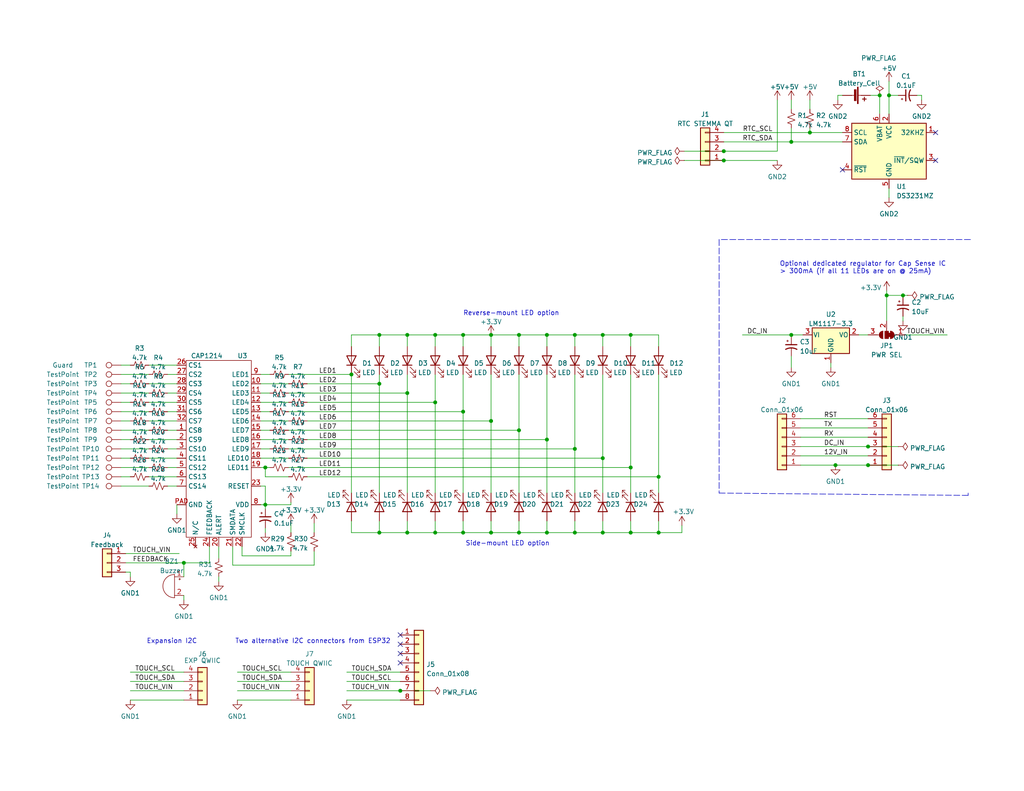
<source format=kicad_sch>
(kicad_sch (version 20211123) (generator eeschema)
  (paper "USLetter")
  (title_block (rev "1") (comment 1 "Design for OSHPark 4-Layer Service"))
  (lib_symbols
    (symbol "Connector:TestPoint" (pin_numbers hide) (pin_names (offset 0.762) hide)
      (property "Reference" "TP" (at 0 6.858 0))
      (property "Value" "TestPoint" (at 0 5.08 0))
      (symbol "TestPoint_0_1"
        (circle (center 0 3.302) (radius 0.762))
      )
      (symbol "TestPoint_1_1"
        (pin passive line (at 0 0 90) (length 2.54) (name "1") (number "1"))
      )
    )
    (symbol "Connector_Generic:Conn_01x03" (pin_names (offset 1.016) hide)
      (property "Reference" "J" (at 0 5.08 0))
      (property "Value" "Conn_01x03" (at 0 -5.08 0))
      (symbol "Conn_01x03_1_1"
        (rectangle (start -1.27 -2.413) (end 0 -2.667) (stroke (width 0.1524)))
        (rectangle (start -1.27 0.127) (end 0 -0.127) (stroke (width 0.1524)))
        (rectangle (start -1.27 2.667) (end 0 2.413) (stroke (width 0.1524)))
        (rectangle (start -1.27 3.81) (end 1.27 -3.81) (stroke (width 0.254)) (fill (type background)))
        (pin passive line (at -5.08 2.54 0) (length 3.81) (name "Pin_1") (number "1"))
        (pin passive line (at -5.08 0 0) (length 3.81) (name "Pin_2") (number "2"))
        (pin passive line (at -5.08 -2.54 0) (length 3.81) (name "Pin_3") (number "3"))
      )
    )
    (symbol "Connector_Generic:Conn_01x04" (pin_names (offset 1.016) hide)
      (property "Reference" "J" (at 0 5.08 0))
      (property "Value" "Conn_01x04" (at 0 -7.62 0))
      (symbol "Conn_01x04_1_1"
        (rectangle (start -1.27 -4.953) (end 0 -5.207) (stroke (width 0.1524)))
        (rectangle (start -1.27 -2.413) (end 0 -2.667) (stroke (width 0.1524)))
        (rectangle (start -1.27 0.127) (end 0 -0.127) (stroke (width 0.1524)))
        (rectangle (start -1.27 2.667) (end 0 2.413) (stroke (width 0.1524)))
        (rectangle (start -1.27 3.81) (end 1.27 -6.35) (stroke (width 0.254)) (fill (type background)))
        (pin passive line (at -5.08 2.54 0) (length 3.81) (name "Pin_1") (number "1"))
        (pin passive line (at -5.08 0 0) (length 3.81) (name "Pin_2") (number "2"))
        (pin passive line (at -5.08 -2.54 0) (length 3.81) (name "Pin_3") (number "3"))
        (pin passive line (at -5.08 -5.08 0) (length 3.81) (name "Pin_4") (number "4"))
      )
    )
    (symbol "Connector_Generic:Conn_01x06" (pin_names (offset 1.016) hide)
      (property "Reference" "J" (at 0 7.62 0))
      (property "Value" "Conn_01x06" (at 0 -10.16 0))
      (symbol "Conn_01x06_1_1"
        (rectangle (start -1.27 -7.493) (end 0 -7.747) (stroke (width 0.1524)))
        (rectangle (start -1.27 -4.953) (end 0 -5.207) (stroke (width 0.1524)))
        (rectangle (start -1.27 -2.413) (end 0 -2.667) (stroke (width 0.1524)))
        (rectangle (start -1.27 0.127) (end 0 -0.127) (stroke (width 0.1524)))
        (rectangle (start -1.27 2.667) (end 0 2.413) (stroke (width 0.1524)))
        (rectangle (start -1.27 5.207) (end 0 4.953) (stroke (width 0.1524)))
        (rectangle (start -1.27 6.35) (end 1.27 -8.89) (stroke (width 0.254)) (fill (type background)))
        (pin passive line (at -5.08 5.08 0) (length 3.81) (name "Pin_1") (number "1"))
        (pin passive line (at -5.08 2.54 0) (length 3.81) (name "Pin_2") (number "2"))
        (pin passive line (at -5.08 0 0) (length 3.81) (name "Pin_3") (number "3"))
        (pin passive line (at -5.08 -2.54 0) (length 3.81) (name "Pin_4") (number "4"))
        (pin passive line (at -5.08 -5.08 0) (length 3.81) (name "Pin_5") (number "5"))
        (pin passive line (at -5.08 -7.62 0) (length 3.81) (name "Pin_6") (number "6"))
      )
    )
    (symbol "Connector_Generic:Conn_01x08" (pin_names (offset 1.016) hide)
      (property "Reference" "J" (at 0 10.16 0))
      (property "Value" "Conn_01x08" (at 0 -12.7 0))
      (symbol "Conn_01x08_1_1"
        (rectangle (start -1.27 -10.033) (end 0 -10.287) (stroke (width 0.1524)))
        (rectangle (start -1.27 -7.493) (end 0 -7.747) (stroke (width 0.1524)))
        (rectangle (start -1.27 -4.953) (end 0 -5.207) (stroke (width 0.1524)))
        (rectangle (start -1.27 -2.413) (end 0 -2.667) (stroke (width 0.1524)))
        (rectangle (start -1.27 0.127) (end 0 -0.127) (stroke (width 0.1524)))
        (rectangle (start -1.27 2.667) (end 0 2.413) (stroke (width 0.1524)))
        (rectangle (start -1.27 5.207) (end 0 4.953) (stroke (width 0.1524)))
        (rectangle (start -1.27 7.747) (end 0 7.493) (stroke (width 0.1524)))
        (rectangle (start -1.27 8.89) (end 1.27 -11.43) (stroke (width 0.254)) (fill (type background)))
        (pin passive line (at -5.08 7.62 0) (length 3.81) (name "Pin_1") (number "1"))
        (pin passive line (at -5.08 5.08 0) (length 3.81) (name "Pin_2") (number "2"))
        (pin passive line (at -5.08 2.54 0) (length 3.81) (name "Pin_3") (number "3"))
        (pin passive line (at -5.08 0 0) (length 3.81) (name "Pin_4") (number "4"))
        (pin passive line (at -5.08 -2.54 0) (length 3.81) (name "Pin_5") (number "5"))
        (pin passive line (at -5.08 -5.08 0) (length 3.81) (name "Pin_6") (number "6"))
        (pin passive line (at -5.08 -7.62 0) (length 3.81) (name "Pin_7") (number "7"))
        (pin passive line (at -5.08 -10.16 0) (length 3.81) (name "Pin_8") (number "8"))
      )
    )
    (symbol "Device:Battery_Cell" (pin_numbers hide) (pin_names (offset 0) hide)
      (property "Reference" "BT" (at 2.54 2.54 0))
      (property "Value" "Battery_Cell" (at 2.54 0 0))
      (symbol "Battery_Cell_0_1"
        (rectangle (start -2.286 1.778) (end 2.286 1.524) (fill (type outline)))
        (rectangle (start -1.5748 1.1938) (end 1.4732 0.6858) (fill (type outline)))
        (polyline (pts (xy 0 0.762) (xy 0 0)))
        (polyline (pts (xy 0 1.778) (xy 0 2.54)))
        (polyline (pts (xy 0.508 3.429) (xy 1.524 3.429)) (stroke (width 0.254)))
        (polyline (pts (xy 1.016 3.937) (xy 1.016 2.921)) (stroke (width 0.254)))
      )
      (symbol "Battery_Cell_1_1"
        (pin passive line (at 0 5.08 270) (length 2.54) (name "+") (number "1"))
        (pin passive line (at 0 -2.54 90) (length 2.54) (name "-") (number "2"))
      )
    )
    (symbol "Device:Buzzer" (pin_names (offset 0.0254) hide)
      (property "Reference" "BZ" (at 3.81 1.27 0))
      (property "Value" "Buzzer" (at 3.81 -1.27 0))
      (symbol "Buzzer_0_1"
        (arc (start 0 -3.175) (mid 3.175 0) (end 0 3.175))
        (polyline (pts (xy -1.651 1.905) (xy -1.143 1.905)))
        (polyline (pts (xy -1.397 2.159) (xy -1.397 1.651)))
        (polyline (pts (xy 0 3.175) (xy 0 -3.175)))
      )
      (symbol "Buzzer_1_1"
        (pin passive line (at -2.54 2.54 0) (length 2.54) (name "-") (number "1"))
        (pin passive line (at -2.54 -2.54 0) (length 2.54) (name "+") (number "2"))
      )
    )
    (symbol "Device:C_Polarized_Small_US" (pin_numbers hide) (pin_names (offset 0.254) hide)
      (property "Reference" "C" (at 0.254 1.778 0))
      (property "Value" "C_Polarized_Small_US" (at 0.254 -2.032 0))
      (symbol "C_Polarized_Small_US_0_1"
        (polyline (pts (xy -1.524 0.508) (xy 1.524 0.508)) (stroke (width 0.3048)))
        (polyline (pts (xy -1.27 1.524) (xy -0.762 1.524)))
        (polyline (pts (xy -1.016 1.27) (xy -1.016 1.778)))
        (arc (start 1.524 -0.762) (mid 0 -0.3734) (end -1.524 -0.762) (stroke (width 0.3048)))
      )
      (symbol "C_Polarized_Small_US_1_1"
        (pin passive line (at 0 2.54 270) (length 2.032) (name "~") (number "1"))
        (pin passive line (at 0 -2.54 90) (length 2.032) (name "~") (number "2"))
      )
    )
    (symbol "Device:LED" (pin_numbers hide) (pin_names (offset 1.016) hide)
      (property "Reference" "D" (at 0 2.54 0))
      (property "Value" "LED" (at 0 -2.54 0))
      (symbol "LED_0_1"
        (polyline (pts (xy -1.27 -1.27) (xy -1.27 1.27)) (stroke (width 0.254)))
        (polyline (pts (xy -1.27 0) (xy 1.27 0)))
        (polyline (pts (xy 1.27 -1.27) (xy 1.27 1.27) (xy -1.27 0) (xy 1.27 -1.27)) (stroke (width 0.254)))
        (polyline (pts (xy -3.048 -0.762) (xy -4.572 -2.286) (xy -3.81 -2.286) (xy -4.572 -2.286) (xy -4.572 -1.524)))
        (polyline (pts (xy -1.778 -0.762) (xy -3.302 -2.286) (xy -2.54 -2.286) (xy -3.302 -2.286) (xy -3.302 -1.524)))
      )
      (symbol "LED_1_1"
        (pin passive line (at -3.81 0 0) (length 2.54) (name "K") (number "1"))
        (pin passive line (at 3.81 0 180) (length 2.54) (name "A") (number "2"))
      )
    )
    (symbol "Device:R_Small_US" (pin_numbers hide) (pin_names (offset 0.254) hide)
      (property "Reference" "R" (at 0.762 0.508 0))
      (property "Value" "R_Small_US" (at 0.762 -1.016 0))
      (symbol "R_Small_US_1_1"
        (polyline (pts (xy 0 0) (xy 1.016 -0.381) (xy 0 -0.762) (xy -1.016 -1.143) (xy 0 -1.524)))
        (polyline (pts (xy 0 1.524) (xy 1.016 1.143) (xy 0 0.762) (xy -1.016 0.381) (xy 0 0)))
        (pin passive line (at 0 2.54 270) (length 1.016) (name "~") (number "1"))
        (pin passive line (at 0 -2.54 90) (length 1.016) (name "~") (number "2"))
      )
    )
    (symbol "Jumper:SolderJumper_3_Bridged12" (pin_names (offset 0) hide)
      (property "Reference" "JP" (at -2.54 -2.54 0))
      (property "Value" "SolderJumper_3_Bridged12" (at 0 2.794 0))
      (symbol "SolderJumper_3_Bridged12_0_1"
        (rectangle (start -1.016 0.508) (end -0.508 -0.508) (fill (type outline)))
        (arc (start -1.016 1.016) (mid -2.032 0) (end -1.016 -1.016))
        (arc (start -1.016 1.016) (mid -2.032 0) (end -1.016 -1.016) (fill (type outline)))
        (rectangle (start -0.508 1.016) (end 0.508 -1.016) (fill (type outline)))
        (polyline (pts (xy -2.54 0) (xy -2.032 0)))
        (polyline (pts (xy -1.016 1.016) (xy -1.016 -1.016)))
        (polyline (pts (xy 0 -1.27) (xy 0 -1.016)))
        (polyline (pts (xy 1.016 1.016) (xy 1.016 -1.016)))
        (polyline (pts (xy 2.54 0) (xy 2.032 0)))
        (arc (start 1.016 -1.016) (mid 2.032 0) (end 1.016 1.016))
        (arc (start 1.016 -1.016) (mid 2.032 0) (end 1.016 1.016) (fill (type outline)))
      )
      (symbol "SolderJumper_3_Bridged12_1_1"
        (pin passive line (at -5.08 0 0) (length 2.54) (name "A") (number "1"))
        (pin passive line (at 0 -3.81 90) (length 2.54) (name "C") (number "2"))
        (pin passive line (at 5.08 0 180) (length 2.54) (name "B") (number "3"))
      )
    )
    (symbol "Keypad:CAP1214"
      (property "Reference" "U" (at 26.67 15.24 0))
      (property "Value" "CAP1214" (at -19.05 3.81 90))
      (symbol "CAP1214_0_1"
        (rectangle (start -17.78 13.97) (end 30.48 -3.81) (stroke (width 0.1524)))
      )
      (symbol "CAP1214_1_1"
        (pin bidirectional line (at 1.27 -6.35 90) (length 2.54) (name "CS8") (number "1"))
        (pin open_collector line (at -11.43 16.51 270) (length 2.54) (name "LED2") (number "10"))
        (pin open_collector line (at -8.89 16.51 270) (length 2.54) (name "LED3") (number "11"))
        (pin open_collector line (at -6.35 16.51 270) (length 2.54) (name "LED4") (number "12"))
        (pin open_collector line (at -3.81 16.51 270) (length 2.54) (name "LED5") (number "13"))
        (pin open_collector line (at -1.27 16.51 270) (length 2.54) (name "LED6") (number "14"))
        (pin open_collector line (at 1.27 16.51 270) (length 2.54) (name "LED7") (number "15"))
        (pin open_collector line (at 3.81 16.51 270) (length 2.54) (name "LED8") (number "16"))
        (pin open_collector line (at 6.35 16.51 270) (length 2.54) (name "LED9") (number "17"))
        (pin open_collector line (at 8.89 16.51 270) (length 2.54) (name "LED10") (number "18"))
        (pin open_collector line (at 11.43 16.51 270) (length 2.54) (name "LED11") (number "19"))
        (pin bidirectional line (at 3.81 -6.35 90) (length 2.54) (name "CS9") (number "2"))
        (pin bidirectional line (at 33.02 5.08 180) (length 2.54) (name "ALERT") (number "20"))
        (pin bidirectional line (at 33.02 8.89 180) (length 2.54) (name "SMDATA") (number "21"))
        (pin input line (at 33.02 11.43 180) (length 2.54) (name "SMCLK") (number "22"))
        (pin input line (at 16.51 16.51 270) (length 2.54) (name "RESET") (number "23"))
        (pin output line (at 33.02 2.54 180) (length 2.54) (name "FEEDBACK") (number "24"))
        (pin no_connect line (at 33.02 -1.27 180) (length 2.54) (name "N/C") (number "25"))
        (pin bidirectional line (at -16.51 -6.35 90) (length 2.54) (name "CS1") (number "26"))
        (pin bidirectional line (at -13.97 -6.35 90) (length 2.54) (name "CS2") (number "27"))
        (pin bidirectional line (at -11.43 -6.35 90) (length 2.54) (name "CS3") (number "28"))
        (pin bidirectional line (at -8.89 -6.35 90) (length 2.54) (name "CS4") (number "29"))
        (pin bidirectional line (at 6.35 -6.35 90) (length 2.54) (name "CS10") (number "3"))
        (pin bidirectional line (at -6.35 -6.35 90) (length 2.54) (name "CS5") (number "30"))
        (pin bidirectional line (at -3.81 -6.35 90) (length 2.54) (name "CS6") (number "31"))
        (pin bidirectional line (at -1.27 -6.35 90) (length 2.54) (name "CS7") (number "32"))
        (pin bidirectional line (at 8.89 -6.35 90) (length 2.54) (name "CS11") (number "4"))
        (pin bidirectional line (at 11.43 -6.35 90) (length 2.54) (name "CS12") (number "5"))
        (pin bidirectional line (at 13.97 -6.35 90) (length 2.54) (name "CS13") (number "6"))
        (pin bidirectional line (at 16.51 -6.35 90) (length 2.54) (name "CS14") (number "7"))
        (pin power_in line (at 21.59 16.51 270) (length 2.54) (name "VDD") (number "8"))
        (pin open_collector line (at -13.97 16.51 270) (length 2.54) (name "LED1") (number "9"))
        (pin power_in line (at 21.59 -6.35 90) (length 2.54) (name "GND") (number "PAD"))
      )
    )
    (symbol "Regulator_Linear:LM1117-3.3" (pin_names (offset 0.254))
      (property "Reference" "U" (at -3.81 3.175 0))
      (property "Value" "LM1117-3.3" (at 0 3.175 0))
      (symbol "LM1117-3.3_0_1"
        (rectangle (start -5.08 -5.08) (end 5.08 1.905) (stroke (width 0.254)) (fill (type background)))
      )
      (symbol "LM1117-3.3_1_1"
        (pin power_in line (at 0 -7.62 90) (length 2.54) (name "GND") (number "1"))
        (pin power_out line (at 7.62 0 180) (length 2.54) (name "VO") (number "2"))
        (pin power_in line (at -7.62 0 0) (length 2.54) (name "VI") (number "3"))
      )
    )
    (symbol "Timer_RTC:DS3231MZ"
      (property "Reference" "U" (at -7.62 8.89 0))
      (property "Value" "DS3231MZ" (at 11.43 8.89 0))
      (symbol "DS3231MZ_0_1"
        (rectangle (start -10.16 7.62) (end 10.16 -7.62) (stroke (width 0.254)) (fill (type background)))
      )
      (symbol "DS3231MZ_1_1"
        (pin open_collector line (at 12.7 5.08 180) (length 2.54) (name "32KHZ") (number "1"))
        (pin power_in line (at 0 10.16 270) (length 2.54) (name "VCC") (number "2"))
        (pin open_collector line (at 12.7 -2.54 180) (length 2.54) (name "~{INT}/SQW") (number "3"))
        (pin bidirectional line (at -12.7 -5.08 0) (length 2.54) (name "~{RST}") (number "4"))
        (pin power_in line (at 0 -10.16 90) (length 2.54) (name "GND") (number "5"))
        (pin power_in line (at -2.54 10.16 270) (length 2.54) (name "VBAT") (number "6"))
        (pin bidirectional line (at -12.7 2.54 0) (length 2.54) (name "SDA") (number "7"))
        (pin input line (at -12.7 5.08 0) (length 2.54) (name "SCL") (number "8"))
      )
    )
    (symbol "power:+3.3V" (power) (pin_names (offset 0))
      (property "Value" "+3.3V" (at 0 3.556 0))
      (symbol "+3.3V_0_1"
        (polyline (pts (xy -0.762 1.27) (xy 0 2.54)))
        (polyline (pts (xy 0 0) (xy 0 2.54)))
        (polyline (pts (xy 0 2.54) (xy 0.762 1.27)))
      )
      (symbol "+3.3V_1_1"
        (pin power_in line (at 0 0 90) (length 0) hide (name "+3.3V") (number "1"))
      )
    )
    (symbol "power:+5V" (power) (pin_names (offset 0))
      (property "Value" "+5V" (at 0 3.556 0))
      (symbol "+5V_0_1"
        (polyline (pts (xy -0.762 1.27) (xy 0 2.54)))
        (polyline (pts (xy 0 0) (xy 0 2.54)))
        (polyline (pts (xy 0 2.54) (xy 0.762 1.27)))
      )
      (symbol "+5V_1_1"
        (pin power_in line (at 0 0 90) (length 0) hide (name "+5V") (number "1"))
      )
    )
    (symbol "power:GND1" (power) (pin_names (offset 0))
      (property "Value" "GND1" (at 0 -3.81 0))
      (symbol "GND1_0_1"
        (polyline (pts (xy 0 0) (xy 0 -1.27) (xy 1.27 -1.27) (xy 0 -2.54) (xy -1.27 -1.27) (xy 0 -1.27)))
      )
      (symbol "GND1_1_1"
        (pin power_in line (at 0 0 270) (length 0) hide (name "GND1") (number "1"))
      )
    )
    (symbol "power:GND2" (power) (pin_names (offset 0))
      (property "Value" "GND2" (at 0 -3.81 0))
      (symbol "GND2_0_1"
        (polyline (pts (xy 0 0) (xy 0 -1.27) (xy 1.27 -1.27) (xy 0 -2.54) (xy -1.27 -1.27) (xy 0 -1.27)))
      )
      (symbol "GND2_1_1"
        (pin power_in line (at 0 0 270) (length 0) hide (name "GND2") (number "1"))
      )
    )
    (symbol "power:PWR_FLAG" (power) (pin_numbers hide) (pin_names (offset 0) hide)
      (property "Value" "PWR_FLAG" (at 0 3.81 0))
      (symbol "PWR_FLAG_0_0"
        (pin power_out line (at 0 0 90) (length 0) (name "pwr") (number "1"))
      )
      (symbol "PWR_FLAG_0_1"
        (polyline (pts (xy 0 0) (xy 0 1.27) (xy -1.016 1.905) (xy 0 2.54) (xy 1.016 1.905) (xy 0 1.27)))
      )
    )
  )
  (junction (at 215.9 91.44))
  (junction (at 72.39 137.795))
  (junction (at 118.745 145.415))
  (junction (at 141.605 91.44))
  (junction (at 118.745 91.44))
  (junction (at 141.605 117.475))
  (junction (at 103.505 104.775))
  (junction (at 103.505 91.44))
  (junction (at 111.125 145.415))
  (junction (at 126.365 91.44))
  (junction (at 197.485 41.275))
  (junction (at 179.705 145.415))
  (junction (at 103.505 145.415))
  (junction (at 197.485 43.815))
  (junction (at 111.125 91.44))
  (junction (at 141.605 145.415))
  (junction (at 164.465 125.095))
  (junction (at 172.085 127.635))
  (junction (at 126.365 145.415))
  (junction (at 172.085 145.415))
  (junction (at 50.165 153.67))
  (junction (at 164.465 91.44))
  (junction (at 242.57 26.035))
  (junction (at 164.465 145.415))
  (junction (at 109.22 188.595))
  (junction (at 246.38 80.645))
  (junction (at 236.855 127))
  (junction (at 215.9 38.735))
  (junction (at 149.225 120.015))
  (junction (at 133.985 114.935))
  (junction (at 133.985 91.44))
  (junction (at 118.745 109.855))
  (junction (at 149.225 145.415))
  (junction (at 172.085 91.44))
  (junction (at 111.125 107.315))
  (junction (at 179.705 130.175))
  (junction (at 240.03 26.035))
  (junction (at 227.965 127))
  (junction (at 220.98 36.195))
  (junction (at 241.935 80.645))
  (junction (at 156.845 145.415))
  (junction (at 72.39 127.635))
  (junction (at 149.225 91.44))
  (junction (at 156.845 91.44))
  (junction (at 236.855 121.92))
  (junction (at 133.985 145.415))
  (junction (at 156.845 122.555))
  (junction (at 95.885 102.235))
  (junction (at 126.365 112.395))
  (no_connect (at 255.27 36.195))
  (no_connect (at 109.22 180.975))
  (no_connect (at 229.87 46.355))
  (no_connect (at 255.27 43.815))
  (no_connect (at 109.22 175.895))
  (no_connect (at 109.22 173.355))
  (no_connect (at 109.22 178.435))
  (wire (pts (xy 50.165 186.055) (xy 35.56 186.055)))
  (wire (pts (xy 72.39 130.175) (xy 72.39 127.635)))
  (wire (pts (xy 164.465 125.095) (xy 164.465 134.62)))
  (wire (pts (xy 258.445 91.44) (xy 247.015 91.44)))
  (wire (pts (xy 95.885 94.615) (xy 95.885 91.44)))
  (wire (pts (xy 33.02 120.015) (xy 35.56 120.015)))
  (wire (pts (xy 33.02 132.715) (xy 40.64 132.715)))
  (wire (pts (xy 33.02 127.635) (xy 40.64 127.635)))
  (wire (pts (xy 72.39 137.795) (xy 79.375 137.795)))
  (wire (pts (xy 156.845 145.415) (xy 149.225 145.415)))
  (wire (pts (xy 156.845 91.44) (xy 156.845 94.615)))
  (wire (pts (xy 212.09 27.305) (xy 212.09 41.275)))
  (wire (pts (xy 242.57 26.035) (xy 245.11 26.035)))
  (wire (pts (xy 229.87 26.035) (xy 228.6 26.035)))
  (wire (pts (xy 242.57 22.225) (xy 242.57 26.035)))
  (wire (pts (xy 133.985 91.44) (xy 133.985 94.615)))
  (wire (pts (xy 33.02 99.695) (xy 35.56 99.695)))
  (wire (pts (xy 78.74 102.235) (xy 95.885 102.235)))
  (wire (pts (xy 40.64 114.935) (xy 48.26 114.935)))
  (wire (pts (xy 164.465 91.44) (xy 164.465 94.615)))
  (wire (pts (xy 111.125 145.415) (xy 111.125 142.24)))
  (wire (pts (xy 220.98 27.305) (xy 220.98 29.845)))
  (wire (pts (xy 72.39 127.635) (xy 73.66 127.635)))
  (wire (pts (xy 33.02 122.555) (xy 40.64 122.555)))
  (wire (pts (xy 85.725 154.305) (xy 85.725 150.495)))
  (wire (pts (xy 71.12 132.715) (xy 72.39 132.715)))
  (wire (pts (xy 79.375 186.055) (xy 64.77 186.055)))
  (wire (pts (xy 227.965 127) (xy 236.855 127)))
  (wire (pts (xy 103.505 91.44) (xy 111.125 91.44)))
  (wire (pts (xy 64.77 188.595) (xy 79.375 188.595)))
  (wire (pts (xy 133.985 114.935) (xy 133.985 134.62)))
  (wire (pts (xy 156.845 91.44) (xy 149.225 91.44)))
  (wire (pts (xy 78.74 130.175) (xy 72.39 130.175)))
  (wire (pts (xy 103.505 145.415) (xy 111.125 145.415)))
  (wire (pts (xy 172.085 127.635) (xy 172.085 102.235)))
  (wire (pts (xy 71.12 127.635) (xy 72.39 127.635)))
  (wire (pts (xy 240.03 31.115) (xy 240.03 26.035)))
  (wire (pts (xy 229.87 36.195) (xy 220.98 36.195)))
  (wire (pts (xy 50.165 153.67) (xy 57.15 153.67)))
  (wire (pts (xy 149.225 91.44) (xy 149.225 94.615)))
  (wire (pts (xy 126.365 91.44) (xy 133.985 91.44)))
  (wire (pts (xy 156.845 145.415) (xy 156.845 142.24)))
  (wire (pts (xy 33.02 104.775) (xy 35.56 104.775)))
  (wire (pts (xy 179.705 102.235) (xy 179.705 130.175)))
  (wire (pts (xy 220.98 36.195) (xy 220.98 34.925)))
  (wire (pts (xy 72.39 132.715) (xy 72.39 137.795)))
  (wire (pts (xy 126.365 145.415) (xy 133.985 145.415)))
  (wire (pts (xy 111.125 91.44) (xy 118.745 91.44)))
  (wire (pts (xy 35.56 191.135) (xy 50.165 191.135)))
  (wire (pts (xy 218.44 114.3) (xy 236.855 114.3)))
  (wire (pts (xy 111.125 107.315) (xy 111.125 134.62)))
  (wire (pts (xy 71.12 104.775) (xy 78.74 104.775)))
  (wire (pts (xy 79.375 137.16) (xy 79.375 137.795)))
  (wire (pts (xy 118.745 145.415) (xy 118.745 142.24)))
  (wire (pts (xy 246.38 86.36) (xy 246.38 87.63)))
  (wire (pts (xy 118.745 91.44) (xy 118.745 94.615)))
  (wire (pts (xy 94.615 186.055) (xy 109.22 186.055)))
  (wire (pts (xy 45.72 117.475) (xy 48.26 117.475)))
  (wire (pts (xy 66.04 149.225) (xy 66.04 151.765)))
  (wire (pts (xy 78.74 117.475) (xy 141.605 117.475)))
  (wire (pts (xy 94.615 183.515) (xy 109.22 183.515)))
  (wire (pts (xy 103.505 91.44) (xy 103.505 94.615)))
  (wire (pts (xy 186.055 143.51) (xy 186.055 145.415)))
  (wire (pts (xy 218.44 127) (xy 227.965 127)))
  (wire (pts (xy 126.365 145.415) (xy 126.365 142.24)))
  (wire (pts (xy 133.985 114.935) (xy 133.985 102.235)))
  (wire (pts (xy 246.38 80.645) (xy 247.65 80.645)))
  (wire (pts (xy 215.9 27.305) (xy 215.9 29.845)))
  (wire (pts (xy 33.02 117.475) (xy 40.64 117.475)))
  (wire (pts (xy 172.085 91.44) (xy 179.705 91.44)))
  (wire (pts (xy 71.12 125.095) (xy 78.74 125.095)))
  (wire (pts (xy 103.505 145.415) (xy 95.885 145.415)))
  (wire (pts (xy 149.225 145.415) (xy 141.605 145.415)))
  (wire (pts (xy 83.82 120.015) (xy 149.225 120.015)))
  (wire (pts (xy 45.72 127.635) (xy 48.26 127.635)))
  (wire (pts (xy 212.09 41.275) (xy 197.485 41.275)))
  (wire (pts (xy 126.365 91.44) (xy 126.365 94.615)))
  (wire (pts (xy 71.12 122.555) (xy 73.66 122.555)))
  (wire (pts (xy 164.465 145.415) (xy 156.845 145.415)))
  (wire (pts (xy 34.29 156.21) (xy 35.56 156.21)))
  (wire (pts (xy 179.705 142.24) (xy 179.705 145.415)))
  (wire (pts (xy 103.505 104.775) (xy 103.505 102.235)))
  (wire (pts (xy 83.82 130.175) (xy 179.705 130.175)))
  (wire (pts (xy 215.9 34.925) (xy 215.9 38.735)))
  (wire (pts (xy 40.64 130.175) (xy 48.26 130.175)))
  (wire (pts (xy 40.64 109.855) (xy 48.26 109.855)))
  (wire (pts (xy 71.12 117.475) (xy 73.66 117.475)))
  (wire (pts (xy 215.9 91.44) (xy 215.9 92.075)))
  (wire (pts (xy 228.6 26.035) (xy 228.6 27.305)))
  (wire (pts (xy 215.9 97.155) (xy 215.9 100.33)))
  (wire (pts (xy 186.055 145.415) (xy 179.705 145.415)))
  (wire (pts (xy 186.69 41.275) (xy 197.485 41.275)))
  (wire (pts (xy 95.885 91.44) (xy 103.505 91.44)))
  (wire (pts (xy 79.375 142.875) (xy 79.375 145.415)))
  (wire (pts (xy 83.82 114.935) (xy 133.985 114.935)))
  (wire (pts (xy 63.5 149.225) (xy 63.5 154.305)))
  (wire (pts (xy 241.935 80.645) (xy 241.935 87.63)))
  (wire (pts (xy 126.365 112.395) (xy 126.365 134.62)))
  (wire (pts (xy 59.69 149.225) (xy 59.69 152.4)))
  (wire (pts (xy 103.505 142.24) (xy 103.505 145.415)))
  (wire (pts (xy 34.29 151.13) (xy 48.895 151.13)))
  (wire (pts (xy 45.72 122.555) (xy 48.26 122.555)))
  (wire (pts (xy 111.125 107.315) (xy 111.125 102.235)))
  (wire (pts (xy 33.02 102.235) (xy 40.64 102.235)))
  (wire (pts (xy 34.29 153.67) (xy 50.165 153.67)))
  (wire (pts (xy 35.56 156.21) (xy 35.56 157.48)))
  (wire (pts (xy 197.485 36.195) (xy 220.98 36.195)))
  (wire (pts (xy 48.26 137.795) (xy 48.26 140.335)))
  (wire (pts (xy 242.57 26.035) (xy 242.57 31.115)))
  (wire (pts (xy 111.125 91.44) (xy 111.125 94.615)))
  (polyline (pts (xy 196.215 65.405) (xy 196.215 134.62)))
  (wire (pts (xy 236.855 121.92) (xy 245.11 121.92)))
  (wire (pts (xy 250.19 26.035) (xy 251.46 26.035)))
  (wire (pts (xy 202.565 91.44) (xy 215.9 91.44)))
  (wire (pts (xy 141.605 117.475) (xy 141.605 102.235)))
  (wire (pts (xy 64.77 191.135) (xy 79.375 191.135)))
  (wire (pts (xy 40.64 104.775) (xy 48.26 104.775)))
  (wire (pts (xy 33.02 114.935) (xy 35.56 114.935)))
  (wire (pts (xy 141.605 91.44) (xy 141.605 94.615)))
  (wire (pts (xy 149.225 120.015) (xy 149.225 102.235)))
  (wire (pts (xy 240.03 26.035) (xy 237.49 26.035)))
  (wire (pts (xy 111.125 145.415) (xy 118.745 145.415)))
  (wire (pts (xy 236.855 127) (xy 245.11 127)))
  (polyline (pts (xy 264.795 65.405) (xy 196.215 65.405)))
  (wire (pts (xy 33.02 125.095) (xy 35.56 125.095)))
  (wire (pts (xy 71.12 102.235) (xy 73.66 102.235)))
  (wire (pts (xy 118.745 109.855) (xy 118.745 102.235)))
  (wire (pts (xy 164.465 91.44) (xy 156.845 91.44)))
  (wire (pts (xy 118.745 109.855) (xy 118.745 134.62)))
  (wire (pts (xy 50.165 162.56) (xy 50.165 163.83)))
  (wire (pts (xy 149.225 91.44) (xy 141.605 91.44)))
  (wire (pts (xy 218.44 119.38) (xy 236.855 119.38)))
  (wire (pts (xy 45.72 102.235) (xy 48.26 102.235)))
  (wire (pts (xy 141.605 117.475) (xy 141.605 134.62)))
  (wire (pts (xy 109.22 188.595) (xy 117.475 188.595)))
  (wire (pts (xy 71.12 112.395) (xy 73.66 112.395)))
  (wire (pts (xy 172.085 94.615) (xy 172.085 91.44)))
  (wire (pts (xy 186.69 43.815) (xy 197.485 43.815)))
  (wire (pts (xy 35.56 183.515) (xy 50.165 183.515)))
  (wire (pts (xy 79.375 150.495) (xy 79.375 151.765)))
  (wire (pts (xy 164.465 145.415) (xy 164.465 142.24)))
  (wire (pts (xy 78.74 112.395) (xy 126.365 112.395)))
  (wire (pts (xy 118.745 145.415) (xy 126.365 145.415)))
  (wire (pts (xy 45.72 112.395) (xy 48.26 112.395)))
  (wire (pts (xy 118.745 91.44) (xy 126.365 91.44)))
  (wire (pts (xy 78.74 127.635) (xy 172.085 127.635)))
  (wire (pts (xy 95.885 102.235) (xy 95.885 134.62)))
  (wire (pts (xy 141.605 145.415) (xy 141.605 142.24)))
  (wire (pts (xy 94.615 188.595) (xy 109.22 188.595)))
  (wire (pts (xy 242.57 51.435) (xy 242.57 53.975)))
  (wire (pts (xy 57.15 149.225) (xy 57.15 153.67)))
  (wire (pts (xy 72.39 137.795) (xy 72.39 139.065)))
  (wire (pts (xy 45.72 107.315) (xy 48.26 107.315)))
  (wire (pts (xy 94.615 191.135) (xy 109.22 191.135)))
  (wire (pts (xy 141.605 91.44) (xy 133.985 91.44)))
  (wire (pts (xy 33.02 130.175) (xy 35.56 130.175)))
  (wire (pts (xy 33.02 112.395) (xy 40.64 112.395)))
  (wire (pts (xy 149.225 145.415) (xy 149.225 142.24)))
  (wire (pts (xy 72.39 144.145) (xy 72.39 145.415)))
  (wire (pts (xy 246.38 80.645) (xy 241.935 80.645)))
  (wire (pts (xy 45.72 132.715) (xy 48.26 132.715)))
  (wire (pts (xy 156.845 122.555) (xy 156.845 102.235)))
  (wire (pts (xy 172.085 145.415) (xy 164.465 145.415)))
  (wire (pts (xy 40.64 99.695) (xy 48.26 99.695)))
  (wire (pts (xy 149.225 120.015) (xy 149.225 134.62)))
  (wire (pts (xy 212.09 43.815) (xy 197.485 43.815)))
  (wire (pts (xy 218.44 121.92) (xy 236.855 121.92)))
  (wire (pts (xy 33.02 107.315) (xy 40.64 107.315)))
  (wire (pts (xy 83.82 104.775) (xy 103.505 104.775)))
  (wire (pts (xy 126.365 112.395) (xy 126.365 102.235)))
  (wire (pts (xy 218.44 124.46) (xy 236.855 124.46)))
  (wire (pts (xy 71.12 114.935) (xy 78.74 114.935)))
  (polyline (pts (xy 196.215 134.62) (xy 264.16 135.255)))
  (wire (pts (xy 179.705 130.175) (xy 179.705 134.62)))
  (wire (pts (xy 78.74 122.555) (xy 156.845 122.555)))
  (wire (pts (xy 172.085 127.635) (xy 172.085 134.62)))
  (wire (pts (xy 83.82 125.095) (xy 164.465 125.095)))
  (wire (pts (xy 66.04 151.765) (xy 79.375 151.765)))
  (wire (pts (xy 83.82 109.855) (xy 118.745 109.855)))
  (wire (pts (xy 172.085 91.44) (xy 164.465 91.44)))
  (wire (pts (xy 251.46 26.035) (xy 251.46 27.305)))
  (wire (pts (xy 33.02 109.855) (xy 35.56 109.855)))
  (wire (pts (xy 40.64 120.015) (xy 48.26 120.015)))
  (wire (pts (xy 215.9 38.735) (xy 229.87 38.735)))
  (wire (pts (xy 85.725 142.875) (xy 85.725 145.415)))
  (wire (pts (xy 246.38 81.28) (xy 246.38 80.645)))
  (wire (pts (xy 164.465 125.095) (xy 164.465 102.235)))
  (wire (pts (xy 241.935 79.375) (xy 241.935 80.645)))
  (wire (pts (xy 71.12 109.855) (xy 78.74 109.855)))
  (wire (pts (xy 63.5 154.305) (xy 85.725 154.305)))
  (wire (pts (xy 71.12 137.795) (xy 72.39 137.795)))
  (wire (pts (xy 218.44 116.84) (xy 236.855 116.84)))
  (polyline (pts (xy 264.16 134.62) (xy 264.16 135.255)))
  (wire (pts (xy 179.705 145.415) (xy 172.085 145.415)))
  (wire (pts (xy 156.845 122.555) (xy 156.845 134.62)))
  (wire (pts (xy 71.12 120.015) (xy 78.74 120.015)))
  (wire (pts (xy 172.085 145.415) (xy 172.085 142.24)))
  (wire (pts (xy 40.64 125.095) (xy 48.26 125.095)))
  (wire (pts (xy 197.485 38.735) (xy 215.9 38.735)))
  (wire (pts (xy 95.885 142.24) (xy 95.885 145.415)))
  (wire (pts (xy 59.69 157.48) (xy 59.69 158.75)))
  (wire (pts (xy 133.985 145.415) (xy 141.605 145.415)))
  (wire (pts (xy 103.505 104.775) (xy 103.505 134.62)))
  (wire (pts (xy 226.695 99.06) (xy 226.695 100.33)))
  (wire (pts (xy 50.165 153.67) (xy 50.165 157.48)))
  (wire (pts (xy 35.56 188.595) (xy 50.165 188.595)))
  (wire (pts (xy 71.12 107.315) (xy 73.66 107.315)))
  (wire (pts (xy 133.985 145.415) (xy 133.985 142.24)))
  (wire (pts (xy 179.705 94.615) (xy 179.705 91.44)))
  (wire (pts (xy 64.77 183.515) (xy 79.375 183.515)))
  (wire (pts (xy 215.9 91.44) (xy 219.075 91.44)))
  (wire (pts (xy 234.315 91.44) (xy 236.855 91.44)))
  (wire (pts (xy 78.74 107.315) (xy 111.125 107.315)))
  (text "Reverse-mount LED option" (at 126.365 86.36 0) (effects (font (size 1.27 1.27)) (justify left bottom)))
  (text "Optional dedicated regulator for Cap Sense IC\n> 300mA (if all 11 LEDs are on @ 25mA)" (at 212.725 74.93 0) (effects (font (size 1.27 1.27)) (justify left bottom)))
  (text "Side-mount LED option" (at 127 149.225 0) (effects (font (size 1.27 1.27)) (justify left bottom)))
  (text "Expansion I2C" (at 40.005 175.895 0) (effects (font (size 1.27 1.27)) (justify left bottom)))
  (text "Two alternative I2C connectors from ESP32" (at 64.135 175.895 0) (effects (font (size 1.27 1.27)) (justify left bottom)))
  (label "RTC_SDA" (at 210.82 38.735 180))
  (label "TX" (at 224.79 116.84 0))
  (label "LED1" (at 86.995 102.235 0))
  (label "DC_IN" (at 224.79 121.92 0))
  (label "RTC_SCL" (at 210.82 36.195 180))
  (label "DC_IN" (at 203.835 91.44 0))
  (label "LED3" (at 86.995 107.315 0))
  (label "FEEDBACK" (at 36.195 153.67 0))
  (label "TOUCH_VIN" (at 36.195 151.13 0))
  (label "TOUCH_VIN" (at 66.04 188.595 0))
  (label "TOUCH_VIN" (at 36.83 188.595 0))
  (label "LED11" (at 86.995 127.635 0))
  (label "LED9" (at 86.995 122.555 0))
  (label "12V_IN" (at 224.79 124.46 0))
  (label "TOUCH_SCL" (at 66.04 183.515 0))
  (label "LED12" (at 86.995 130.175 0))
  (label "LED2" (at 86.995 104.775 0))
  (label "TOUCH_SCL" (at 36.83 183.515 0))
  (label "LED4" (at 86.995 109.855 0))
  (label "TOUCH_VIN" (at 95.885 188.595 0))
  (label "LED5" (at 86.995 112.395 0))
  (label "TOUCH_SDA" (at 36.83 186.055 0))
  (label "RST" (at 224.79 114.3 0))
  (label "LED7" (at 86.995 117.475 0))
  (label "TOUCH_SCL" (at 95.885 186.055 0))
  (label "TOUCH_SDA" (at 66.04 186.055 0))
  (label "RX" (at 224.79 119.38 0))
  (label "LED10" (at 86.995 125.095 0))
  (label "LED8" (at 86.995 120.015 0))
  (label "TOUCH_VIN" (at 257.81 91.44 180))
  (label "TOUCH_SDA" (at 95.885 183.515 0))
  (label "LED6" (at 86.995 114.935 0))
  (symbol (lib_id "Device:LED") (at 172.085 98.425 90) (unit 1)
    (property "Reference" "D11" (at 175.006 99.1778 90) (effects (justify right)))
    (property "Value" "LED" (at 175.006 101.7147 90) (effects (justify right)))
  )
  (symbol (lib_id "power:GND1") (at 35.56 191.135 0) (unit 1)
    (property "Reference" "#PWR024" (effects hide))
    (property "Value" "GND1" (at 35.56 195.5784 0))
  )
  (symbol (lib_id "Device:LED") (at 111.125 98.425 90) (unit 1)
    (property "Reference" "D3" (at 114.046 99.1778 90) (effects (justify right)))
    (property "Value" "LED" (at 114.046 101.7147 90) (effects (justify right)))
  )
  (symbol (lib_id "power:+5V") (at 220.98 27.305 0) (unit 1)
    (property "Reference" "#PWR04" (effects hide))
    (property "Value" "+5V" (at 220.98 23.7292 0))
  )
  (symbol (lib_id "Regulator_Linear:LM1117-3.3") (at 226.695 91.44 0) (unit 1)
    (property "Reference" "U2" (at 226.695 85.8352 0))
    (property "Value" "LM1117-3.3" (at 226.695 88.3721 0))
    (property "Datasheet" "http://www.ti.com/lit/ds/symlink/lm1117.pdf" (effects hide))
  )
  (symbol (lib_id "power:GND2") (at 242.57 53.975 0) (mirror y) (unit 1)
    (property "Reference" "#PWR08" (effects hide))
    (property "Value" "GND2" (at 242.57 58.4184 0))
  )
  (symbol (lib_id "Device:C_Polarized_Small_US") (at 246.38 83.82 0) (unit 1)
    (property "Reference" "C2" (at 248.6914 82.5535 0) (effects (justify left)))
    (property "Value" "10uF" (at 248.6914 85.0904 0) (effects (justify left)))
  )
  (symbol (lib_id "power:GND1") (at 246.38 87.63 0) (unit 1)
    (property "Reference" "#PWR010" (effects hide))
    (property "Value" "GND1" (at 246.38 92.0734 0))
  )
  (symbol (lib_id "Connector_Generic:Conn_01x04") (at 84.455 188.595 0) (mirror x) (unit 1)
    (property "Reference" "J7" (at 84.455 178.5452 0))
    (property "Value" "TOUCH QWIIC" (at 84.455 181.0821 0))
  )
  (symbol (lib_id "power:PWR_FLAG") (at 186.69 43.815 90) (unit 1)
    (property "Reference" "#FLG0101" (effects hide))
    (property "Value" "PWR_FLAG" (at 183.5151 44.2488 90) (effects (justify left)))
  )
  (symbol (lib_id "Device:Buzzer") (at 47.625 160.02 0) (mirror y) (unit 1)
    (property "Reference" "BZ1" (at 46.863 153.2722 0))
    (property "Value" "Buzzer" (at 46.863 155.8091 0))
  )
  (symbol (lib_id "power:+3.3V") (at 79.375 137.16 0) (mirror y) (unit 1)
    (property "Reference" "#PWR015" (effects hide))
    (property "Value" "+3.3V" (at 79.375 133.5842 0))
  )
  (symbol (lib_id "Device:R_Small_US") (at 38.1 109.855 90) (unit 1)
    (property "Reference" "R10" (at 38.1 105.2662 90))
    (property "Value" "4.7k" (at 38.1 107.8031 90))
  )
  (symbol (lib_id "Device:R_Small_US") (at 76.2 117.475 90) (unit 1)
    (property "Reference" "R17" (at 76.2 112.8862 90))
    (property "Value" "4.7k" (at 76.2 115.4231 90))
  )
  (symbol (lib_id "Connector:TestPoint") (at 33.02 109.855 90) (unit 1)
    (property "Reference" "TP5" (at 24.765 109.855 90))
    (property "Value" "TestPoint" (at 17.145 109.855 90))
  )
  (symbol (lib_id "Device:R_Small_US") (at 43.18 102.235 90) (unit 1)
    (property "Reference" "R4" (at 43.18 97.6462 90))
    (property "Value" "4.7k" (at 43.18 100.1831 90))
  )
  (symbol (lib_id "Device:R_Small_US") (at 76.2 112.395 90) (unit 1)
    (property "Reference" "R13" (at 76.2 107.8062 90))
    (property "Value" "4.7k" (at 76.2 110.3431 90))
  )
  (symbol (lib_id "power:+5V") (at 212.09 27.305 0) (unit 1)
    (property "Reference" "#PWR02" (effects hide))
    (property "Value" "+5V" (at 212.09 23.7292 0))
  )
  (symbol (lib_id "Connector:TestPoint") (at 33.02 122.555 90) (unit 1)
    (property "Reference" "TP10" (at 24.765 122.555 90))
    (property "Value" "TestPoint" (at 17.145 122.555 90))
  )
  (symbol (lib_id "power:GND1") (at 35.56 157.48 0) (unit 1)
    (property "Reference" "#PWR021" (effects hide))
    (property "Value" "GND1" (at 35.56 161.9234 0))
  )
  (symbol (lib_id "Connector_Generic:Conn_01x08") (at 114.3 180.975 0) (unit 1)
    (property "Reference" "J5" (at 116.332 181.4103 0) (effects (justify left)))
    (property "Value" "Conn_01x08" (at 116.332 183.9472 0) (effects (justify left)))
  )
  (symbol (lib_id "Device:LED") (at 149.225 98.425 90) (unit 1)
    (property "Reference" "D8" (at 152.146 99.1778 90) (effects (justify right)))
    (property "Value" "LED" (at 152.146 101.7147 90) (effects (justify right)))
  )
  (symbol (lib_id "Device:R_Small_US") (at 79.375 147.955 0) (mirror y) (unit 1)
    (property "Reference" "R29" (at 77.724 147.1203 0) (effects (justify left)))
    (property "Value" "4.7k" (at 77.724 149.6572 0) (effects (justify left)))
  )
  (symbol (lib_id "power:+3.3V") (at 79.375 142.875 0) (mirror y) (unit 1)
    (property "Reference" "#PWR017" (effects hide))
    (property "Value" "+3.3V" (at 79.375 139.2992 0))
  )
  (symbol (lib_id "Device:R_Small_US") (at 43.18 112.395 90) (unit 1)
    (property "Reference" "R12" (at 43.18 107.8062 90))
    (property "Value" "4.7k" (at 43.18 110.3431 90))
  )
  (symbol (lib_id "Connector:TestPoint") (at 33.02 104.775 90) (unit 1)
    (property "Reference" "TP3" (at 24.765 104.775 90))
    (property "Value" "TestPoint" (at 17.145 104.775 90))
  )
  (symbol (lib_id "Device:R_Small_US") (at 43.18 122.555 90) (unit 1)
    (property "Reference" "R20" (at 43.18 117.9662 90))
    (property "Value" "4.7k" (at 43.18 120.5031 90))
  )
  (symbol (lib_id "Device:LED") (at 179.705 138.43 270) (unit 1)
    (property "Reference" "D24" (at 176.784 137.6772 90) (effects (justify right)))
    (property "Value" "LED" (at 176.784 135.1403 90) (effects (justify right)))
  )
  (symbol (lib_id "Connector_Generic:Conn_01x06") (at 213.36 121.92 180) (unit 1)
    (property "Reference" "J2" (at 213.36 109.3302 0))
    (property "Value" "Conn_01x06" (at 213.36 111.8671 0))
    (property "Footprint" "Connector_JST:JST_PH_S6B-PH-K_1x06_P2.00mm_Horizontal" (effects hide))
  )
  (symbol (lib_id "Device:R_Small_US") (at 43.18 127.635 90) (unit 1)
    (property "Reference" "R24" (at 43.18 123.0462 90))
    (property "Value" "4.7k" (at 43.18 125.5831 90))
  )
  (symbol (lib_id "Device:LED") (at 164.465 138.43 270) (unit 1)
    (property "Reference" "D22" (at 161.544 137.6772 90) (effects (justify right)))
    (property "Value" "LED" (at 161.544 135.1403 90) (effects (justify right)))
  )
  (symbol (lib_id "Device:R_Small_US") (at 81.28 120.015 90) (unit 1)
    (property "Reference" "R19" (at 81.28 115.4262 90))
    (property "Value" "4.7k" (at 81.28 117.9631 90))
  )
  (symbol (lib_id "Connector_Generic:Conn_01x04") (at 192.405 41.275 180) (unit 1)
    (property "Reference" "J1" (at 192.405 31.2252 0))
    (property "Value" "RTC STEMMA QT" (at 192.405 33.7621 0))
  )
  (symbol (lib_id "power:GND1") (at 94.615 191.135 0) (unit 1)
    (property "Reference" "#PWR026" (effects hide))
    (property "Value" "GND1" (at 94.615 195.5784 0))
  )
  (symbol (lib_id "Connector:TestPoint") (at 33.02 99.695 90) (unit 1)
    (property "Reference" "TP1" (at 24.765 99.695 90))
    (property "Value" "Guard" (at 17.145 99.695 90))
  )
  (symbol (lib_id "power:GND1") (at 226.695 100.33 0) (unit 1)
    (property "Reference" "#PWR013" (effects hide))
    (property "Value" "GND1" (at 226.695 104.7734 0))
  )
  (symbol (lib_id "Device:R_Small_US") (at 38.1 104.775 90) (unit 1)
    (property "Reference" "R6" (at 38.1 100.1862 90))
    (property "Value" "4.7k" (at 38.1 102.7231 90))
  )
  (symbol (lib_id "Device:R_Small_US") (at 85.725 147.955 0) (mirror y) (unit 1)
    (property "Reference" "R30" (at 84.074 147.1203 0) (effects (justify left)))
    (property "Value" "4.7k" (at 84.074 149.6572 0) (effects (justify left)))
  )
  (symbol (lib_id "Connector:TestPoint") (at 33.02 112.395 90) (unit 1)
    (property "Reference" "TP6" (at 24.765 112.395 90))
    (property "Value" "TestPoint" (at 17.145 112.395 90))
  )
  (symbol (lib_id "power:GND2") (at 212.09 43.815 0) (mirror y) (unit 1)
    (property "Reference" "#PWR07" (effects hide))
    (property "Value" "GND2" (at 212.09 48.2584 0))
  )
  (symbol (lib_id "Device:C_Polarized_Small_US") (at 247.65 26.035 90) (unit 1)
    (property "Reference" "C1" (at 247.2182 20.7858 90))
    (property "Value" "0.1uF" (at 247.2182 23.3227 90))
  )
  (symbol (lib_id "Device:R_Small_US") (at 220.98 32.385 0) (unit 1)
    (property "Reference" "R2" (at 222.631 31.5503 0) (effects (justify left)))
    (property "Value" "4.7k" (at 222.631 34.0872 0) (effects (justify left)))
  )
  (symbol (lib_id "Device:LED") (at 156.845 98.425 90) (unit 1)
    (property "Reference" "D9" (at 159.766 99.1778 90) (effects (justify right)))
    (property "Value" "LED" (at 159.766 101.7147 90) (effects (justify right)))
  )
  (symbol (lib_id "power:GND1") (at 59.69 158.75 0) (unit 1)
    (property "Reference" "#PWR022" (effects hide))
    (property "Value" "GND1" (at 59.69 163.1934 0))
  )
  (symbol (lib_id "Device:LED") (at 156.845 138.43 270) (unit 1)
    (property "Reference" "D21" (at 153.924 137.6772 90) (effects (justify right)))
    (property "Value" "LED" (at 153.924 135.1403 90) (effects (justify right)))
  )
  (symbol (lib_id "power:PWR_FLAG") (at 240.03 26.035 0) (unit 1)
    (property "Reference" "#FLG0103" (effects hide))
    (property "Value" "PWR_FLAG" (at 234.95 15.875 0) (effects (justify left)))
  )
  (symbol (lib_id "Connector_Generic:Conn_01x06") (at 241.935 121.92 0) (mirror x) (unit 1)
    (property "Reference" "J3" (at 241.935 109.3302 0))
    (property "Value" "Conn_01x06" (at 241.935 111.8671 0))
  )
  (symbol (lib_id "Connector_Generic:Conn_01x04") (at 55.245 188.595 0) (mirror x) (unit 1)
    (property "Reference" "J6" (at 55.245 178.5452 0))
    (property "Value" "EXP QWIIC" (at 55.245 180.34 0))
  )
  (symbol (lib_id "power:GND1") (at 64.77 191.135 0) (unit 1)
    (property "Reference" "#PWR025" (effects hide))
    (property "Value" "GND1" (at 64.77 195.5784 0))
  )
  (symbol (lib_id "power:+3.3V") (at 85.725 142.875 0) (mirror y) (unit 1)
    (property "Reference" "#PWR018" (effects hide))
    (property "Value" "+3.3V" (at 85.725 139.2992 0))
  )
  (symbol (lib_id "Connector_Generic:Conn_01x03") (at 29.21 153.67 0) (mirror y) (unit 1)
    (property "Reference" "J4" (at 29.21 146.1602 0))
    (property "Value" "Feedback" (at 29.21 148.6971 0))
  )
  (symbol (lib_id "Device:R_Small_US") (at 43.18 117.475 90) (unit 1)
    (property "Reference" "R16" (at 43.18 112.8862 90))
    (property "Value" "4.7k" (at 43.18 115.4231 90))
  )
  (symbol (lib_id "Device:LED") (at 149.225 138.43 270) (unit 1)
    (property "Reference" "D20" (at 146.304 137.6772 90) (effects (justify right)))
    (property "Value" "LED" (at 146.304 135.1403 90) (effects (justify right)))
  )
  (symbol (lib_id "Timer_RTC:DS3231MZ") (at 242.57 41.275 0) (unit 1)
    (property "Reference" "U1" (at 244.5894 50.9254 0) (effects (justify left)))
    (property "Value" "DS3231MZ" (at 244.5894 53.4623 0) (effects (justify left)))
    (property "Footprint" "Package_SO:SOIC-8_3.9x4.9mm_P1.27mm" (effects hide))
    (property "Datasheet" "http://datasheets.maximintegrated.com/en/ds/DS3231M.pdf" (effects hide))
  )
  (symbol (lib_id "power:GND1") (at 48.26 140.335 0) (unit 1)
    (property "Reference" "#PWR016" (effects hide))
    (property "Value" "GND1" (at 48.26 144.7784 0))
  )
  (symbol (lib_id "Device:R_Small_US") (at 59.69 154.94 0) (mirror y) (unit 1)
    (property "Reference" "R31" (at 58.039 154.1053 0) (effects (justify left)))
    (property "Value" "4.7k" (at 58.039 156.6422 0) (effects (justify left)))
  )
  (symbol (lib_id "Device:LED") (at 126.365 98.425 90) (unit 1)
    (property "Reference" "D5" (at 129.286 99.1778 90) (effects (justify right)))
    (property "Value" "LED" (at 129.286 101.7147 90) (effects (justify right)))
  )
  (symbol (lib_id "Device:LED") (at 164.465 98.425 90) (unit 1)
    (property "Reference" "D10" (at 167.386 99.1778 90) (effects (justify right)))
    (property "Value" "LED" (at 167.386 101.7147 90) (effects (justify right)))
  )
  (symbol (lib_id "Device:R_Small_US") (at 215.9 32.385 0) (unit 1)
    (property "Reference" "R1" (at 217.551 31.5503 0) (effects (justify left)))
    (property "Value" "4.7k" (at 217.551 34.0872 0) (effects (justify left)))
  )
  (symbol (lib_id "Device:R_Small_US") (at 43.18 107.315 90) (unit 1)
    (property "Reference" "R8" (at 43.18 102.7262 90))
    (property "Value" "4.7k" (at 43.18 105.2631 90))
  )
  (symbol (lib_id "Connector:TestPoint") (at 33.02 130.175 90) (unit 1)
    (property "Reference" "TP13" (at 24.765 130.175 90))
    (property "Value" "TestPoint" (at 17.145 130.175 90))
  )
  (symbol (lib_id "power:PWR_FLAG") (at 186.69 41.275 90) (unit 1)
    (property "Reference" "#FLG0102" (effects hide))
    (property "Value" "PWR_FLAG" (at 183.5151 41.7088 90) (effects (justify left)))
  )
  (symbol (lib_id "Device:R_Small_US") (at 38.1 114.935 90) (unit 1)
    (property "Reference" "R14" (at 38.1 110.3462 90))
    (property "Value" "4.7k" (at 38.1 112.8831 90))
  )
  (symbol (lib_id "Device:LED") (at 118.745 138.43 270) (unit 1)
    (property "Reference" "D16" (at 115.824 137.6772 90) (effects (justify right)))
    (property "Value" "LED" (at 115.824 135.1403 90) (effects (justify right)))
  )
  (symbol (lib_id "Keypad:CAP1214") (at 54.61 116.205 270) (unit 1)
    (property "Reference" "U3" (at 64.77 97.155 90) (effects (justify left)))
    (property "Value" "CAP1214" (at 52.07 97.155 90) (effects (justify left)))
  )
  (symbol (lib_id "Device:C_Polarized_Small_US") (at 72.39 141.605 0) (unit 1)
    (property "Reference" "C4" (at 74.7014 140.3385 0) (effects (justify left)))
    (property "Value" "0.1uF" (at 74.7014 142.8754 0) (effects (justify left)))
  )
  (symbol (lib_id "power:PWR_FLAG") (at 247.65 80.645 270) (unit 1)
    (property "Reference" "#FLG0107" (effects hide))
    (property "Value" "PWR_FLAG" (at 250.825 81.0788 90) (effects (justify left)))
  )
  (symbol (lib_id "power:GND1") (at 227.965 127 0) (unit 1)
    (property "Reference" "#PWR014" (effects hide))
    (property "Value" "GND1" (at 227.965 131.4434 0))
  )
  (symbol (lib_id "Device:R_Small_US") (at 38.1 130.175 90) (unit 1)
    (property "Reference" "R26" (at 38.1 125.5862 90))
    (property "Value" "4.7k" (at 38.1 128.1231 90))
  )
  (symbol (lib_id "power:GND2") (at 251.46 27.305 0) (mirror y) (unit 1)
    (property "Reference" "#PWR06" (effects hide))
    (property "Value" "GND2" (at 251.46 31.7484 0))
  )
  (symbol (lib_id "Device:R_Small_US") (at 81.28 114.935 90) (unit 1)
    (property "Reference" "R15" (at 81.28 110.3462 90))
    (property "Value" "4.7k" (at 81.28 112.8831 90))
  )
  (symbol (lib_id "Device:R_Small_US") (at 43.18 132.715 90) (unit 1)
    (property "Reference" "R28" (at 43.18 128.1262 90))
    (property "Value" "4.7k" (at 43.18 130.6631 90))
  )
  (symbol (lib_id "Device:LED") (at 103.505 98.425 90) (unit 1)
    (property "Reference" "D2" (at 106.426 99.1778 90) (effects (justify right)))
    (property "Value" "LED" (at 106.426 101.7147 90) (effects (justify right)))
  )
  (symbol (lib_id "Device:LED") (at 172.085 138.43 270) (unit 1)
    (property "Reference" "D23" (at 169.164 137.6772 90) (effects (justify right)))
    (property "Value" "LED" (at 169.164 135.1403 90) (effects (justify right)))
  )
  (symbol (lib_id "Connector:TestPoint") (at 33.02 125.095 90) (unit 1)
    (property "Reference" "TP11" (at 24.765 125.095 90))
    (property "Value" "TestPoint" (at 17.145 125.095 90))
  )
  (symbol (lib_id "power:PWR_FLAG") (at 245.11 121.92 270) (unit 1)
    (property "Reference" "#FLG0105" (effects hide))
    (property "Value" "PWR_FLAG" (at 248.285 122.3538 90) (effects (justify left)))
  )
  (symbol (lib_id "power:+3.3V") (at 133.985 91.44 0) (mirror y) (unit 1)
    (property "Reference" "#PWR011" (effects hide))
    (property "Value" "+3.3V" (at 133.985 87.8642 0))
  )
  (symbol (lib_id "Device:LED") (at 95.885 138.43 270) (unit 1)
    (property "Reference" "D13" (at 92.964 137.6772 90) (effects (justify right)))
    (property "Value" "LED" (at 92.964 135.1403 90) (effects (justify right)))
  )
  (symbol (lib_id "Device:R_Small_US") (at 81.28 125.095 90) (unit 1)
    (property "Reference" "R23" (at 81.28 120.5062 90))
    (property "Value" "4.7k" (at 81.28 123.0431 90))
  )
  (symbol (lib_id "Device:R_Small_US") (at 76.2 107.315 90) (unit 1)
    (property "Reference" "R9" (at 76.2 102.7262 90))
    (property "Value" "4.7k" (at 76.2 105.2631 90))
  )
  (symbol (lib_id "Device:R_Small_US") (at 81.28 109.855 90) (unit 1)
    (property "Reference" "R11" (at 81.28 105.2662 90))
    (property "Value" "4.7k" (at 81.28 107.8031 90))
  )
  (symbol (lib_id "Device:LED") (at 133.985 138.43 270) (unit 1)
    (property "Reference" "D18" (at 131.064 137.6772 90) (effects (justify right)))
    (property "Value" "LED" (at 131.064 135.1403 90) (effects (justify right)))
  )
  (symbol (lib_id "Device:LED") (at 103.505 138.43 270) (unit 1)
    (property "Reference" "D14" (at 100.584 137.6772 90) (effects (justify right)))
    (property "Value" "LED" (at 100.584 135.1403 90) (effects (justify right)))
  )
  (symbol (lib_id "Device:LED") (at 179.705 98.425 90) (unit 1)
    (property "Reference" "D12" (at 182.626 99.1778 90) (effects (justify right)))
    (property "Value" "LED" (at 182.626 101.7147 90) (effects (justify right)))
  )
  (symbol (lib_id "Device:Battery_Cell") (at 232.41 26.035 270) (unit 1)
    (property "Reference" "BT1" (at 234.442 20.1762 90))
    (property "Value" "Battery_Cell" (at 234.442 22.7131 90))
  )
  (symbol (lib_id "power:+5V") (at 215.9 27.305 0) (unit 1)
    (property "Reference" "#PWR03" (effects hide))
    (property "Value" "+5V" (at 215.9 23.7292 0))
  )
  (symbol (lib_id "Connector:TestPoint") (at 33.02 102.235 90) (unit 1)
    (property "Reference" "TP2" (at 24.765 102.235 90))
    (property "Value" "TestPoint" (at 17.145 102.235 90))
  )
  (symbol (lib_id "Device:LED") (at 118.745 98.425 90) (unit 1)
    (property "Reference" "D4" (at 121.666 99.1778 90) (effects (justify right)))
    (property "Value" "LED" (at 121.666 101.7147 90) (effects (justify right)))
  )
  (symbol (lib_id "Device:R_Small_US") (at 76.2 127.635 90) (unit 1)
    (property "Reference" "R25" (at 76.2 123.0462 90))
    (property "Value" "4.7k" (at 76.2 125.5831 90))
  )
  (symbol (lib_id "Jumper:SolderJumper_3_Bridged12") (at 241.935 91.44 180) (unit 1)
    (property "Reference" "JP1" (at 241.935 94.3594 0))
    (property "Value" "PWR SEL" (at 241.935 96.8963 0))
    (property "Footprint" "Jumper:SolderJumper-3_P1.3mm_Bridged12_RoundedPad1.0x1.5mm" (effects hide))
  )
  (symbol (lib_id "power:PWR_FLAG") (at 245.11 127 270) (unit 1)
    (property "Reference" "#FLG0104" (effects hide))
    (property "Value" "PWR_FLAG" (at 248.285 127.4338 90) (effects (justify left)))
  )
  (symbol (lib_id "Device:R_Small_US") (at 81.28 130.175 90) (unit 1)
    (property "Reference" "R27" (at 81.28 125.5862 90))
    (property "Value" "4.7k" (at 81.28 128.1231 90))
  )
  (symbol (lib_id "Connector:TestPoint") (at 33.02 120.015 90) (unit 1)
    (property "Reference" "TP9" (at 24.765 120.015 90))
    (property "Value" "TestPoint" (at 17.145 120.015 90))
  )
  (symbol (lib_id "Device:LED") (at 141.605 138.43 270) (unit 1)
    (property "Reference" "D19" (at 138.684 137.6772 90) (effects (justify right)))
    (property "Value" "LED" (at 138.684 135.1403 90) (effects (justify right)))
  )
  (symbol (lib_id "Device:LED") (at 95.885 98.425 90) (unit 1)
    (property "Reference" "D1" (at 98.806 99.1778 90) (effects (justify right)))
    (property "Value" "LED" (at 98.806 101.7147 90) (effects (justify right)))
  )
  (symbol (lib_id "Device:R_Small_US") (at 76.2 122.555 90) (unit 1)
    (property "Reference" "R21" (at 76.2 117.9662 90))
    (property "Value" "4.7k" (at 76.2 120.5031 90))
  )
  (symbol (lib_id "Device:LED") (at 111.125 138.43 270) (unit 1)
    (property "Reference" "D15" (at 108.204 137.6772 90) (effects (justify right)))
    (property "Value" "LED" (at 108.204 135.1403 90) (effects (justify right)))
  )
  (symbol (lib_id "Device:LED") (at 141.605 98.425 90) (unit 1)
    (property "Reference" "D7" (at 144.526 99.1778 90) (effects (justify right)))
    (property "Value" "LED" (at 144.526 101.7147 90) (effects (justify right)))
  )
  (symbol (lib_id "power:GND1") (at 72.39 145.415 0) (unit 1)
    (property "Reference" "#PWR020" (effects hide))
    (property "Value" "GND1" (at 72.39 149.8584 0))
  )
  (symbol (lib_id "Device:R_Small_US") (at 38.1 120.015 90) (unit 1)
    (property "Reference" "R18" (at 38.1 115.4262 90))
    (property "Value" "4.7k" (at 38.1 117.9631 90))
  )
  (symbol (lib_id "Device:LED") (at 133.985 98.425 90) (unit 1)
    (property "Reference" "D6" (at 136.906 99.1778 90) (effects (justify right)))
    (property "Value" "LED" (at 136.906 101.7147 90) (effects (justify right)))
  )
  (symbol (lib_id "power:GND1") (at 215.9 100.33 0) (unit 1)
    (property "Reference" "#PWR012" (effects hide))
    (property "Value" "GND1" (at 215.9 104.7734 0))
  )
  (symbol (lib_id "Connector:TestPoint") (at 33.02 117.475 90) (unit 1)
    (property "Reference" "TP8" (at 24.765 117.475 90))
    (property "Value" "TestPoint" (at 17.145 117.475 90))
  )
  (symbol (lib_id "Device:R_Small_US") (at 76.2 102.235 90) (unit 1)
    (property "Reference" "R5" (at 76.2 97.6462 90))
    (property "Value" "4.7k" (at 76.2 100.1831 90))
  )
  (symbol (lib_id "Device:R_Small_US") (at 38.1 125.095 90) (unit 1)
    (property "Reference" "R22" (at 38.1 120.5062 90))
    (property "Value" "4.7k" (at 38.1 123.0431 90))
  )
  (symbol (lib_id "power:+3.3V") (at 186.055 143.51 0) (mirror y) (unit 1)
    (property "Reference" "#PWR019" (effects hide))
    (property "Value" "+3.3V" (at 183.515 139.7 0) (effects (justify right)))
  )
  (symbol (lib_id "Device:R_Small_US") (at 38.1 99.695 90) (unit 1)
    (property "Reference" "R3" (at 38.1 95.1062 90))
    (property "Value" "4.7k" (at 38.1 97.6431 90))
  )
  (symbol (lib_id "power:GND2") (at 228.6 27.305 0) (mirror y) (unit 1)
    (property "Reference" "#PWR05" (effects hide))
    (property "Value" "GND2" (at 228.6 31.7484 0))
  )
  (symbol (lib_id "Connector:TestPoint") (at 33.02 127.635 90) (unit 1)
    (property "Reference" "TP12" (at 24.765 127.635 90))
    (property "Value" "TestPoint" (at 17.145 127.635 90))
  )
  (symbol (lib_id "Connector:TestPoint") (at 33.02 132.715 90) (unit 1)
    (property "Reference" "TP14" (at 24.765 132.715 90))
    (property "Value" "TestPoint" (at 17.145 132.715 90))
  )
  (symbol (lib_id "power:+5V") (at 242.57 22.225 0) (unit 1)
    (property "Reference" "#PWR01" (effects hide))
    (property "Value" "+5V" (at 242.57 18.6492 0))
  )
  (symbol (lib_id "Connector:TestPoint") (at 33.02 107.315 90) (unit 1)
    (property "Reference" "TP4" (at 24.765 107.315 90))
    (property "Value" "TestPoint" (at 17.145 107.315 90))
  )
  (symbol (lib_id "Connector:TestPoint") (at 33.02 114.935 90) (unit 1)
    (property "Reference" "TP7" (at 24.765 114.935 90))
    (property "Value" "TestPoint" (at 17.145 114.935 90))
  )
  (symbol (lib_id "power:+3.3V") (at 241.935 79.375 0) (unit 1)
    (property "Reference" "#PWR09" (effects hide))
    (property "Value" "+3.3V" (at 240.538 78.5388 0) (effects (justify right)))
  )
  (symbol (lib_id "power:PWR_FLAG") (at 117.475 188.595 270) (unit 1)
    (property "Reference" "#FLG0106" (effects hide))
    (property "Value" "PWR_FLAG" (at 120.65 189.0288 90) (effects (justify left)))
  )
  (symbol (lib_id "Device:LED") (at 126.365 138.43 270) (unit 1)
    (property "Reference" "D17" (at 123.444 137.6772 90) (effects (justify right)))
    (property "Value" "LED" (at 123.444 135.1403 90) (effects (justify right)))
  )
  (symbol (lib_id "Device:C_Polarized_Small_US") (at 215.9 94.615 0) (unit 1)
    (property "Reference" "C3" (at 218.2114 93.3485 0) (effects (justify left)))
    (property "Value" "10uF" (at 218.2114 95.8854 0) (effects (justify left)))
  )
  (symbol (lib_id "Device:R_Small_US") (at 81.28 104.775 90) (unit 1)
    (property "Reference" "R7" (at 81.28 100.1862 90))
    (property "Value" "4.7k" (at 81.28 102.7231 90))
  )
  (symbol (lib_id "power:GND1") (at 50.165 163.83 0) (unit 1)
    (property "Reference" "#PWR023" (effects hide))
    (property "Value" "GND1" (at 50.165 168.2734 0))
  )
)
</source>
